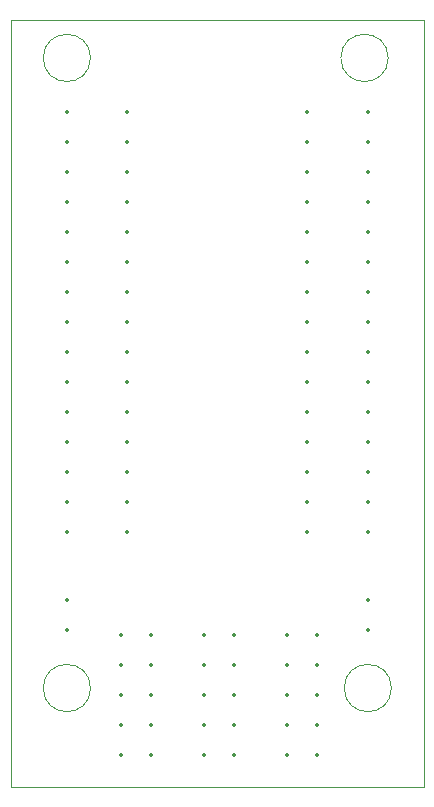
<source format=gbr>
%TF.GenerationSoftware,KiCad,Pcbnew,8.0.5*%
%TF.CreationDate,2024-12-11T17:13:52+10:00*%
%TF.ProjectId,arduino,61726475-696e-46f2-9e6b-696361645f70,rev?*%
%TF.SameCoordinates,Original*%
%TF.FileFunction,Profile,NP*%
%FSLAX46Y46*%
G04 Gerber Fmt 4.6, Leading zero omitted, Abs format (unit mm)*
G04 Created by KiCad (PCBNEW 8.0.5) date 2024-12-11 17:13:52*
%MOMM*%
%LPD*%
G01*
G04 APERTURE LIST*
%TA.AperFunction,Profile*%
%ADD10C,0.050000*%
%TD*%
%ADD11C,0.350000*%
G04 APERTURE END LIST*
D10*
X135900000Y-122490000D02*
G75*
G02*
X131900000Y-122490000I-2000000J0D01*
G01*
X131900000Y-122490000D02*
G75*
G02*
X135900000Y-122490000I2000000J0D01*
G01*
X161380000Y-122490000D02*
G75*
G02*
X157380000Y-122490000I-2000000J0D01*
G01*
X157380000Y-122490000D02*
G75*
G02*
X161380000Y-122490000I2000000J0D01*
G01*
X129140000Y-65911600D02*
X164140000Y-65911600D01*
X164140000Y-130911600D01*
X129140000Y-130911600D01*
X129140000Y-65911600D01*
X161100000Y-69140000D02*
G75*
G02*
X157100000Y-69140000I-2000000J0D01*
G01*
X157100000Y-69140000D02*
G75*
G02*
X161100000Y-69140000I2000000J0D01*
G01*
X135900000Y-69140000D02*
G75*
G02*
X131900000Y-69140000I-2000000J0D01*
G01*
X131900000Y-69140000D02*
G75*
G02*
X135900000Y-69140000I2000000J0D01*
G01*
D11*
X152500000Y-117980000D03*
X155040000Y-117980000D03*
X152500000Y-120520000D03*
X155040000Y-120520000D03*
X152500000Y-123060000D03*
X155040000Y-123060000D03*
X152500000Y-125600000D03*
X155040000Y-125600000D03*
X152500000Y-128140000D03*
X155040000Y-128140000D03*
X138500000Y-117980000D03*
X141040000Y-117980000D03*
X138500000Y-120520000D03*
X141040000Y-120520000D03*
X138500000Y-123060000D03*
X141040000Y-123060000D03*
X138500000Y-125600000D03*
X141040000Y-125600000D03*
X138500000Y-128140000D03*
X141040000Y-128140000D03*
X159380000Y-109290000D03*
X159380000Y-106750000D03*
X159380000Y-104210000D03*
X159380000Y-101670000D03*
X159380000Y-99130000D03*
X159380000Y-96590000D03*
X159380000Y-94050000D03*
X159380000Y-91510000D03*
X159380000Y-88970000D03*
X159380000Y-86430000D03*
X159380000Y-83890000D03*
X159380000Y-81350000D03*
X159380000Y-78810000D03*
X159380000Y-76270000D03*
X159380000Y-73730000D03*
X133900000Y-117615000D03*
X133900000Y-115075000D03*
X159380000Y-117615000D03*
X159380000Y-115075000D03*
X145500000Y-117980000D03*
X148040000Y-117980000D03*
X145500000Y-120520000D03*
X148040000Y-120520000D03*
X145500000Y-123060000D03*
X148040000Y-123060000D03*
X145500000Y-125600000D03*
X148040000Y-125600000D03*
X145500000Y-128140000D03*
X148040000Y-128140000D03*
X133900000Y-73740000D03*
X133900000Y-76280000D03*
X133900000Y-78820000D03*
X133900000Y-81360000D03*
X133900000Y-83900000D03*
X133900000Y-86440000D03*
X133900000Y-88980000D03*
X133900000Y-91520000D03*
X133900000Y-94060000D03*
X133900000Y-96600000D03*
X133900000Y-99140000D03*
X133900000Y-101680000D03*
X133900000Y-104220000D03*
X133900000Y-106760000D03*
X133900000Y-109300000D03*
X154250000Y-109300000D03*
X154250000Y-106760000D03*
X154250000Y-104220000D03*
X154250000Y-101680000D03*
X154250000Y-99140000D03*
X154250000Y-96600000D03*
X154250000Y-94060000D03*
X154250000Y-91520000D03*
X154250000Y-88980000D03*
X154250000Y-86440000D03*
X154250000Y-83900000D03*
X154250000Y-81360000D03*
X154250000Y-78820000D03*
X154250000Y-76280000D03*
X154250000Y-73740000D03*
X139010000Y-73740000D03*
X139010000Y-76280000D03*
X139010000Y-78820000D03*
X139010000Y-81360000D03*
X139010000Y-83900000D03*
X139010000Y-86440000D03*
X139010000Y-88980000D03*
X139010000Y-91520000D03*
X139010000Y-94060000D03*
X139010000Y-96600000D03*
X139010000Y-99140000D03*
X139010000Y-101680000D03*
X139010000Y-104220000D03*
X139010000Y-106760000D03*
X139010000Y-109300000D03*
M02*

</source>
